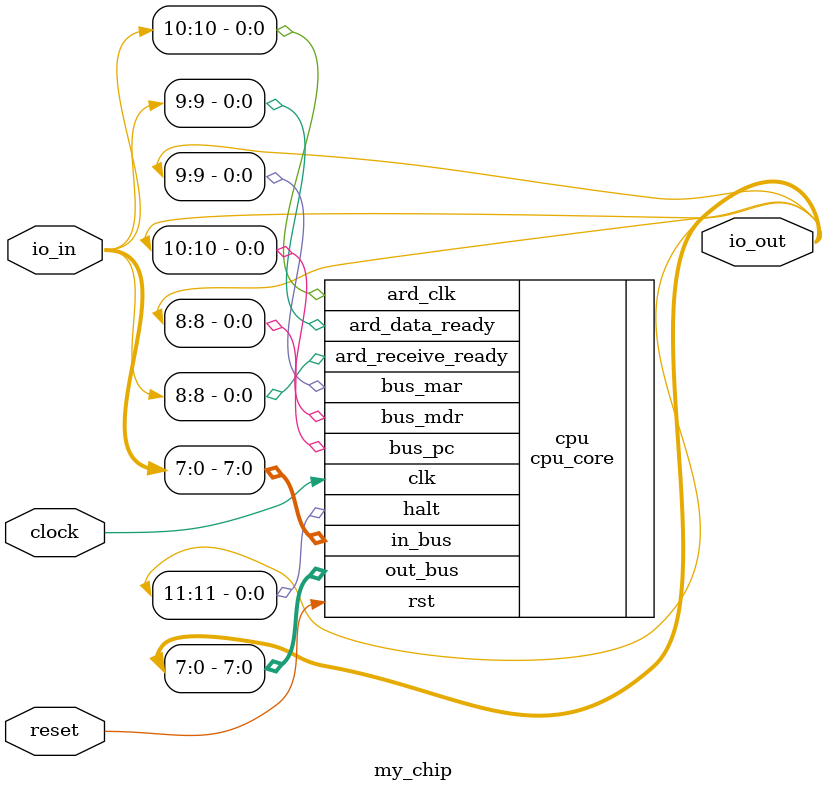
<source format=sv>
`default_nettype none


module my_chip (
    input logic [11:0] io_in, // Inputs to your chip
    output logic [11:0] io_out, // Outputs from your chip
    input logic clock,
    input logic reset // Important: Reset is ACTIVE-HIGH
);

    // Basic counter design as an example

    cpu_core cpu(       .clk(clock),
                        .rst(reset),
                        .ard_clk(io_in[10]),
                        .ard_data_ready(io_in[9]),
                        .ard_receive_ready(io_in[8]),
                        .in_bus(io_in[7:0]),
                        .out_bus(io_out[7:0]),
                        .bus_pc(io_out[8]),
                        .bus_mar(io_out[9]),
                        .bus_mdr(io_out[10]),
                        .halt(io_out[11]));

endmodule

</source>
